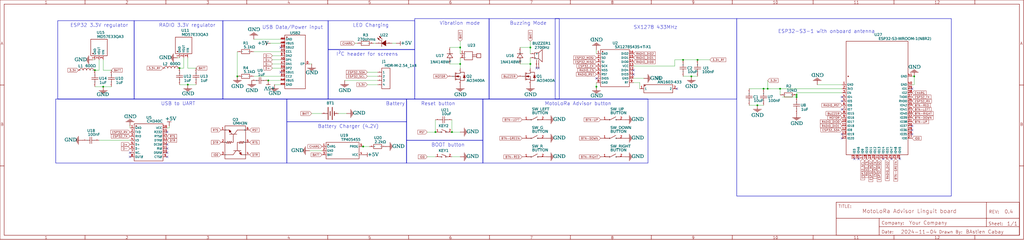
<source format=kicad_sch>
(kicad_sch (version 20231120) (generator "eeschema") (generator_version "8.0")
  (paper "User" 630.174 147.701)
  (junction (at 115.57 52.07))
  (junction (at 469.9 54.61))
  (junction (at 480.06 54.61))
  (junction (at 326.39 29.21))
  (junction (at 425.45 46.99))
  (junction (at 490.22 59.69))
  (junction (at 466.09 64.77))
  (junction (at 58.42 43.18))
  (junction (at 283.21 29.21))
  (junction (at 267.97 81.28))
  (junction (at 223.52 90.17))
  (junction (at 420.37 36.83))
  (junction (at 146.05 46.99))
  (junction (at 110.49 41.91))
  (junction (at 429.26 36.83))
  (junction (at 283.21 39.37))
  (junction (at 165.1 49.53))
  (junction (at 472.44 54.61))
  (junction (at 490.22 58.42))
  (junction (at 562.61 46.99))
  (junction (at 326.39 39.37))
  (junction (at 367.03 53.34))
  (junction (at 63.5 53.34))
  (junction (at 278.13 81.28))
  (no_connect (at 518.16 59.69))
  (no_connect (at 561.34 82.55))
  (no_connect (at 331.47 41.91))
  (no_connect (at 102.87 91.44))
  (no_connect (at 553.72 97.79))
  (no_connect (at 548.64 97.79))
  (no_connect (at 518.16 85.09))
  (no_connect (at 518.16 67.31))
  (no_connect (at 367.03 48.26))
  (no_connect (at 102.87 88.9))
  (no_connect (at 416.56 54.61))
  (no_connect (at 330.2 41.91))
  (no_connect (at 561.34 54.61))
  (no_connect (at 543.56 97.79))
  (no_connect (at 80.01 96.52))
  (no_connect (at 102.87 81.28))
  (no_connect (at 172.72 44.45))
  (no_connect (at 102.87 93.98))
  (no_connect (at 518.16 62.23))
  (no_connect (at 389.89 45.72))
  (no_connect (at 389.89 43.18))
  (no_connect (at 172.72 29.21))
  (no_connect (at 561.34 77.47))
  (no_connect (at 80.01 93.98))
  (no_connect (at 525.78 97.79))
  (no_connect (at 518.16 82.55))
  (no_connect (at 528.32 97.79))
  (no_connect (at 561.34 80.01))
  (no_connect (at 102.87 96.52))
  (wire (pts (xy 367.03 53.34) (xy 367.03 50.8)))
  (wire (pts (xy 57.15 36.83) (xy 58.42 36.83)))
  (wire (pts (xy 466.09 64.77) (xy 461.01 64.77)))
  (wire (pts (xy 231.14 26.67) (xy 229.87 26.67)))
  (wire (pts (xy 172.72 52.07) (xy 168.91 52.07)))
  (wire (pts (xy 429.26 36.83) (xy 436.88 36.83)))
  (wire (pts (xy 415.29 40.64) (xy 415.29 36.83)))
  (wire (pts (xy 393.7 50.8) (xy 393.7 54.61)))
  (wire (pts (xy 223.52 90.17) (xy 222.25 90.17)))
  (wire (pts (xy 115.57 35.56) (xy 115.57 41.91)))
  (wire (pts (xy 113.03 41.91) (xy 110.49 41.91)))
  (wire (pts (xy 320.04 29.21) (xy 326.39 29.21)))
  (wire (pts (xy 461.01 54.61) (xy 469.9 54.61)))
  (wire (pts (xy 276.86 29.21) (xy 283.21 29.21)))
  (wire (pts (xy 172.72 26.67) (xy 166.37 26.67)))
  (wire (pts (xy 396.24 48.26) (xy 389.89 48.26)))
  (wire (pts (xy 167.64 39.37) (xy 172.72 39.37)))
  (wire (pts (xy 172.72 36.83) (xy 167.64 36.83)))
  (wire (pts (xy 518.16 54.61) (xy 480.06 54.61)))
  (wire (pts (xy 415.29 36.83) (xy 420.37 36.83)))
  (wire (pts (xy 283.21 25.4) (xy 283.21 29.21)))
  (wire (pts (xy 469.9 54.61) (xy 472.44 54.61)))
  (wire (pts (xy 562.61 52.07) (xy 562.61 46.99)))
  (wire (pts (xy 198.12 92.71) (xy 190.5 92.71)))
  (wire (pts (xy 68.58 53.34) (xy 63.5 53.34)))
  (wire (pts (xy 562.61 46.99) (xy 561.34 46.99)))
  (wire (pts (xy 80.01 77.47) (xy 80.01 78.74)))
  (wire (pts (xy 165.1 49.53) (xy 172.72 49.53)))
  (wire (pts (xy 490.22 57.15) (xy 490.22 58.42)))
  (wire (pts (xy 104.14 77.47) (xy 104.14 78.74)))
  (wire (pts (xy 320.04 39.37) (xy 326.39 39.37)))
  (wire (pts (xy 518.16 57.15) (xy 490.22 57.15)))
  (wire (pts (xy 63.5 36.83) (xy 63.5 43.18)))
  (wire (pts (xy 472.44 54.61) (xy 480.06 54.61)))
  (wire (pts (xy 429.26 46.99) (xy 425.45 46.99)))
  (wire (pts (xy 63.5 53.34) (xy 58.42 53.34)))
  (wire (pts (xy 219.71 26.67) (xy 218.44 26.67)))
  (wire (pts (xy 63.5 43.18) (xy 68.58 43.18)))
  (wire (pts (xy 146.05 31.75) (xy 146.05 46.99)))
  (wire (pts (xy 232.41 46.99) (xy 226.06 46.99)))
  (wire (pts (xy 115.57 52.07) (xy 110.49 52.07)))
  (wire (pts (xy 326.39 39.37) (xy 326.39 41.91)))
  (wire (pts (xy 109.22 35.56) (xy 110.49 35.56)))
  (wire (pts (xy 276.86 39.37) (xy 283.21 39.37)))
  (wire (pts (xy 490.22 59.69) (xy 481.33 59.69)))
  (wire (pts (xy 278.13 96.52) (xy 283.21 96.52)))
  (wire (pts (xy 472.44 54.61) (xy 472.44 49.53)))
  (wire (pts (xy 267.97 96.52) (xy 262.89 96.52)))
  (wire (pts (xy 104.14 78.74) (xy 102.87 78.74)))
  (wire (pts (xy 232.41 52.07) (xy 226.06 52.07)))
  (wire (pts (xy 113.03 35.56) (xy 113.03 41.91)))
  (wire (pts (xy 326.39 25.4) (xy 326.39 29.21)))
  (wire (pts (xy 60.96 36.83) (xy 60.96 43.18)))
  (wire (pts (xy 167.64 34.29) (xy 172.72 34.29)))
  (wire (pts (xy 115.57 41.91) (xy 120.65 41.91)))
  (wire (pts (xy 278.13 73.66) (xy 278.13 81.28)))
  (wire (pts (xy 283.21 29.21) (xy 283.21 33.02)))
  (wire (pts (xy 420.37 36.83) (xy 429.26 36.83)))
  (wire (pts (xy 191.77 69.85) (xy 198.12 69.85)))
  (wire (pts (xy 267.97 73.66) (xy 267.97 81.28)))
  (wire (pts (xy 60.96 43.18) (xy 58.42 43.18)))
  (wire (pts (xy 561.34 52.07) (xy 562.61 52.07)))
  (wire (pts (xy 278.13 81.28) (xy 283.21 81.28)))
  (wire (pts (xy 232.41 49.53) (xy 212.09 49.53)))
  (wire (pts (xy 518.16 52.07) (xy 502.92 52.07)))
  (wire (pts (xy 120.65 52.07) (xy 115.57 52.07)))
  (wire (pts (xy 243.84 26.67) (xy 241.3 26.67)))
  (wire (pts (xy 213.36 69.85) (xy 208.28 69.85)))
  (wire (pts (xy 425.45 46.99) (xy 420.37 46.99)))
  (wire (pts (xy 190.5 39.37) (xy 191.77 39.37)))
  (wire (pts (xy 283.21 39.37) (xy 283.21 41.91)))
  (wire (pts (xy 389.89 40.64) (xy 415.29 40.64)))
  (wire (pts (xy 227.33 90.17) (xy 223.52 90.17)))
  (wire (pts (xy 232.41 44.45) (xy 226.06 44.45)))
  (wire (pts (xy 267.97 81.28) (xy 262.89 81.28)))
  (wire (pts (xy 172.72 46.99) (xy 156.21 46.99)))
  (wire (pts (xy 367.03 30.48) (xy 367.03 33.02)))
  (wire (pts (xy 172.72 31.75) (xy 156.21 31.75)))
  (wire (pts (xy 80.01 86.36) (xy 60.96 86.36)))
  (wire (pts (xy 283.21 35.56) (xy 283.21 39.37)))
  (wire (pts (xy 469.9 64.77) (xy 466.09 64.77)))
  (wire (pts (xy 490.22 58.42) (xy 490.22 59.69)))
  (wire (pts (xy 480.06 54.61) (xy 480.06 58.42)))
  (wire (pts (xy 389.89 50.8) (xy 393.7 50.8)))
  (wire (pts (xy 367.03 54.61) (xy 367.03 53.34)))
  (wire (pts (xy 156.21 24.13) (xy 172.72 24.13)))
  (wire (pts (xy 326.39 29.21) (xy 326.39 33.02)))
  (wire (pts (xy 326.39 35.56) (xy 326.39 39.37)))
  (wire (pts (xy 172.72 41.91) (xy 167.64 41.91)))
  (rectangle (start 255.27 11.43) (end 300.99 60.96) (stroke (width 0.254)))
  (rectangle (start 297.18 60.96) (end 398.78 100.33) (stroke (width 0.254)))
  (rectangle (start 341.63 11.43) (end 453.39 60.96) (stroke (width 0.254)))
  (rectangle (start 82.55 12.7) (end 137.16 60.96) (stroke (width 0.254)))
  (rectangle (start 34.29 60.96) (end 176.53 100.33) (stroke (width 0.254)))
  (rectangle (start 300.99 11.43) (end 344.17 60.96) (stroke (width 0.254)))
  (rectangle (start 176.53 60.96) (end 250.19 74.93) (stroke (width 0.254)))
  (rectangle (start 201.93 30.48) (end 255.27 60.96) (stroke (width 0.254)))
  (rectangle (start 201.93 12.7) (end 255.27 30.48) (stroke (width 0.254)))
  (rectangle (start 250.19 60.96) (end 297.18 86.36) (stroke (width 0.254)))
  (rectangle (start 250.19 86.36) (end 297.18 100.33) (stroke (width 0.254)))
  (rectangle (start 176.53 74.93) (end 250.19 100.33) (stroke (width 0.254)))
  (rectangle (start 453.39 11.43) (end 585.47 120.65) (stroke (width 0.254)))
  (rectangle (start 35.56 12.7) (end 82.55 60.96) (stroke (width 0.254)))
  (rectangle (start 137.16 12.7) (end 201.93 60.96) (stroke (width 0.254)))
  (text "USB Data/Power input" (at 161.29 15.6083 0) (effects (font (size 2.1717 2.1717)) (justify left top)))
  (text "Vibration mode" (at 270.51 13.0683 0) (effects (font (size 2.1717 2.1717)) (justify left top)))
  (text "LED Charging" (at 217.17 14.3383 0) (effects (font (size 2.1717 2.1717)) (justify left top)))
  (text "Buzzing Mode" (at 313.69 13.0683 0) (effects (font (size 2.1717 2.1717)) (justify left top)))
  (text "BOOT button" (at 265.43 87.9983 0) (effects (font (size 2.1717 2.1717)) (justify left top)))
  (text "I²C header for screens" (at 207.01 32.1183 0) (effects (font (size 2.1717 2.1717)) (justify left top)))
  (text "Reset button" (at 259.08 62.5983 0) (effects (font (size 2.1717 2.1717)) (justify left top)))
  (text "ESP32 3.3V regulator" (at 43.18 14.3383 0) (effects (font (size 2.1717 2.1717)) (justify left top)))
  (text "Battery" (at 237.49 62.5983 0) (effects (font (size 2.1717 2.1717)) (justify left top)))
  (text "SX1278 433MHz" (at 389.89 15.6083 0) (effects (font (size 2.1717 2.1717)) (justify left top)))
  (text "ESP32-S3-1 with onboard antenna" (at 478.79 18.1483 0) (effects (font (size 2.1717 2.1717)) (justify left top)))
  (text "MotoLoRa Advisor button" (at 335.28 62.5983 0) (effects (font (size 2.1717 2.1717)) (justify left top)))
  (text "RADIO 3.3V regulator" (at 97.79 14.3383 0) (effects (font (size 2.1717 2.1717)) (justify left top)))
  (text "Battery Charger (4.2V)" (at 195.58 76.5683 0) (effects (font (size 2.1717 2.1717)) (justify left top)))
  (text "USB to UART" (at 99.06 62.5983 0) (effects (font (size 2.1717 2.1717)) (justify left top)))
  (global_label "D+" (shape input) (at 167.64 41.91 180) (property "Intersheetrefs" "${INTERSHEET_REFS}" (effects (hide yes))))
  (global_label "3.3V" (shape input) (at 472.44 49.53 0) (property "Intersheetrefs" "${INTERSHEET_REFS}" (effects (hide yes))))
  (global_label "BTN-RED" (shape input) (at 561.34 64.77 0) (property "Intersheetrefs" "${INTERSHEET_REFS}" (effects (hide yes))))
  (global_label "D-" (shape input) (at 80.01 91.44 180) (property "Intersheetrefs" "${INTERSHEET_REFS}" (effects (hide yes))))
  (global_label "IO0" (shape input) (at 561.34 85.09 0) (property "Intersheetrefs" "${INTERSHEET_REFS}" (effects (hide yes))))
  (global_label "3.3V_RF" (shape input) (at 436.88 36.83 0) (property "Intersheetrefs" "${INTERSHEET_REFS}" (effects (hide yes))))
  (global_label "BATT" (shape input) (at 283.21 25.4 90) (property "Intersheetrefs" "${INTERSHEET_REFS}" (effects (hide yes))))
  (global_label "3.3V_RF" (shape input) (at 100.33 41.91 180) (property "Intersheetrefs" "${INTERSHEET_REFS}" (effects (hide yes))))
  (global_label "BUZZER" (shape input) (at 318.77 46.99 180) (property "Intersheetrefs" "${INTERSHEET_REFS}" (effects (hide yes))))
  (global_label "ESP32_RX" (shape input) (at 80.01 81.28 180) (property "Intersheetrefs" "${INTERSHEET_REFS}" (effects (hide yes))))
  (global_label "BATT" (shape input) (at 198.12 95.25 180) (property "Intersheetrefs" "${INTERSHEET_REFS}" (effects (hide yes))))
  (global_label "ESP32_CK" (shape input) (at 367.03 40.64 180) (property "Intersheetrefs" "${INTERSHEET_REFS}" (effects (hide yes))))
  (global_label "BTN-GREEN" (shape input) (at 551.18 97.79 270) (property "Intersheetrefs" "${INTERSHEET_REFS}" (effects (hide yes))))
  (global_label "RADIO_DIO2" (shape input) (at 546.1 97.79 270) (property "Intersheetrefs" "${INTERSHEET_REFS}" (effects (hide yes))))
  (global_label "BTN-DOWN" (shape input) (at 369.57 85.09 180) (property "Intersheetrefs" "${INTERSHEET_REFS}" (effects (hide yes))))
  (global_label "RADIO_DIO1" (shape input) (at 518.16 77.47 180) (property "Intersheetrefs" "${INTERSHEET_REFS}" (effects (hide yes))))
  (global_label "D+" (shape input) (at 80.01 88.9 180) (property "Intersheetrefs" "${INTERSHEET_REFS}" (effects (hide yes))))
  (global_label "ESP32_SDA" (shape input) (at 226.06 44.45 180) (property "Intersheetrefs" "${INTERSHEET_REFS}" (effects (hide yes))))
  (global_label "ESP32_MOSI" (shape input) (at 367.03 35.56 180) (property "Intersheetrefs" "${INTERSHEET_REFS}" (effects (hide yes))))
  (global_label "3.3V" (shape input) (at 48.26 43.18 180) (property "Intersheetrefs" "${INTERSHEET_REFS}" (effects (hide yes))))
  (global_label "ESP32_MOSI" (shape input) (at 535.94 97.79 270) (property "Intersheetrefs" "${INTERSHEET_REFS}" (effects (hide yes))))
  (global_label "BATT" (shape input) (at 326.39 25.4 90) (property "Intersheetrefs" "${INTERSHEET_REFS}" (effects (hide yes))))
  (global_label "BTN-UP" (shape input) (at 561.34 74.93 0) (property "Intersheetrefs" "${INTERSHEET_REFS}" (effects (hide yes))))
  (global_label "ESP32_SCL" (shape input) (at 226.06 46.99 180) (property "Intersheetrefs" "${INTERSHEET_REFS}" (effects (hide yes))))
  (global_label "ESP32_CK" (shape input) (at 538.48 97.79 270) (property "Intersheetrefs" "${INTERSHEET_REFS}" (effects (hide yes))))
  (global_label "RADIO_RST" (shape input) (at 518.16 64.77 180) (property "Intersheetrefs" "${INTERSHEET_REFS}" (effects (hide yes))))
  (global_label "ESP32_SDA" (shape input) (at 518.16 80.01 180) (property "Intersheetrefs" "${INTERSHEET_REFS}" (effects (hide yes))))
  (global_label "BTN-RED" (shape input) (at 321.31 96.52 180) (property "Intersheetrefs" "${INTERSHEET_REFS}" (effects (hide yes))))
  (global_label "RTS" (shape input) (at 153.67 87.63 0) (property "Intersheetrefs" "${INTERSHEET_REFS}" (effects (hide yes))))
  (global_label "3.3V" (shape input) (at 226.06 52.07 180) (property "Intersheetrefs" "${INTERSHEET_REFS}" (effects (hide yes))))
  (global_label "IO0" (shape input) (at 135.89 95.25 180) (property "Intersheetrefs" "${INTERSHEET_REFS}" (effects (hide yes))))
  (global_label "RADIO_CS" (shape input) (at 367.03 43.18 180) (property "Intersheetrefs" "${INTERSHEET_REFS}" (effects (hide yes))))
  (global_label "CHARG" (shape input) (at 218.44 26.67 180) (property "Intersheetrefs" "${INTERSHEET_REFS}" (effects (hide yes))))
  (global_label "RST" (shape input) (at 262.89 81.28 180) (property "Intersheetrefs" "${INTERSHEET_REFS}" (effects (hide yes))))
  (global_label "ESP32_RX" (shape input) (at 561.34 62.23 0) (property "Intersheetrefs" "${INTERSHEET_REFS}" (effects (hide yes))))
  (global_label "BATT" (shape input) (at 191.77 69.85 180) (property "Intersheetrefs" "${INTERSHEET_REFS}" (effects (hide yes))))
  (global_label "D+" (shape input) (at 167.64 36.83 180) (property "Intersheetrefs" "${INTERSHEET_REFS}" (effects (hide yes))))
  (global_label "BTN-LEFT" (shape input) (at 321.31 73.66 180) (property "Intersheetrefs" "${INTERSHEET_REFS}" (effects (hide yes))))
  (global_label "RADIO_CS" (shape input) (at 533.4 97.79 270) (property "Intersheetrefs" "${INTERSHEET_REFS}" (effects (hide yes))))
  (global_label "ESP32_SCL" (shape input) (at 530.86 97.79 270) (property "Intersheetrefs" "${INTERSHEET_REFS}" (effects (hide yes))))
  (global_label "BTN-UP" (shape input) (at 369.57 73.66 180) (property "Intersheetrefs" "${INTERSHEET_REFS}" (effects (hide yes))))
  (global_label "BTN-RIGHT" (shape input) (at 561.34 69.85 0) (property "Intersheetrefs" "${INTERSHEET_REFS}" (effects (hide yes))))
  (global_label "CHARG" (shape input) (at 561.34 57.15 0) (property "Intersheetrefs" "${INTERSHEET_REFS}" (effects (hide yes))))
  (global_label "DTR" (shape input) (at 153.67 95.25 0) (property "Intersheetrefs" "${INTERSHEET_REFS}" (effects (hide yes))))
  (global_label "ESP32_TX" (shape input) (at 561.34 59.69 0) (property "Intersheetrefs" "${INTERSHEET_REFS}" (effects (hide yes))))
  (global_label "ESP32_MISO" (shape input) (at 541.02 97.79 270) (property "Intersheetrefs" "${INTERSHEET_REFS}" (effects (hide yes))))
  (global_label "RTS" (shape input) (at 135.89 80.01 180) (property "Intersheetrefs" "${INTERSHEET_REFS}" (effects (hide yes))))
  (global_label "DTR" (shape input) (at 102.87 86.36 0) (property "Intersheetrefs" "${INTERSHEET_REFS}" (effects (hide yes))))
  (global_label "RADIO_DIO0" (shape input) (at 389.89 38.1 0) (property "Intersheetrefs" "${INTERSHEET_REFS}" (effects (hide yes))))
  (global_label "RADIO_DIO0" (shape input) (at 518.16 74.93 180) (property "Intersheetrefs" "${INTERSHEET_REFS}" (effects (hide yes))))
  (global_label "CHARG" (shape input) (at 198.12 90.17 180) (property "Intersheetrefs" "${INTERSHEET_REFS}" (effects (hide yes))))
  (global_label "BUZZER" (shape input) (at 518.16 69.85 180) (property "Intersheetrefs" "${INTERSHEET_REFS}" (effects (hide yes))))
  (global_label "RTS" (shape input) (at 102.87 83.82 0) (property "Intersheetrefs" "${INTERSHEET_REFS}" (effects (hide yes))))
  (global_label "MOTOR" (shape input) (at 518.16 72.39 180) (property "Intersheetrefs" "${INTERSHEET_REFS}" (effects (hide yes))))
  (global_label "D-" (shape input) (at 167.64 34.29 180) (property "Intersheetrefs" "${INTERSHEET_REFS}" (effects (hide yes))))
  (global_label "BATT" (shape input) (at 120.65 41.91 0) (property "Intersheetrefs" "${INTERSHEET_REFS}" (effects (hide yes))))
  (global_label "RADIO_RST" (shape input) (at 367.03 45.72 180) (property "Intersheetrefs" "${INTERSHEET_REFS}" (effects (hide yes))))
  (global_label "ESP32_MISO" (shape input) (at 367.03 38.1 180) (property "Intersheetrefs" "${INTERSHEET_REFS}" (effects (hide yes))))
  (global_label "RADIO_DIO2" (shape input) (at 389.89 33.02 0) (property "Intersheetrefs" "${INTERSHEET_REFS}" (effects (hide yes))))
  (global_label "BTN-RIGHT" (shape input) (at 369.57 96.52 180) (property "Intersheetrefs" "${INTERSHEET_REFS}" (effects (hide yes))))
  (global_label "BTN-GREEN" (shape input) (at 321.31 85.09 180) (property "Intersheetrefs" "${INTERSHEET_REFS}" (effects (hide yes))))
  (global_label "RST" (shape input) (at 153.67 80.01 0) (property "Intersheetrefs" "${INTERSHEET_REFS}" (effects (hide yes))))
  (global_label "BTN-LEFT" (shape input) (at 561.34 67.31 0) (property "Intersheetrefs" "${INTERSHEET_REFS}" (effects (hide yes))))
  (global_label "RADIO_DIO1" (shape input) (at 389.89 35.56 0) (property "Intersheetrefs" "${INTERSHEET_REFS}" (effects (hide yes))))
  (global_label "D-" (shape input) (at 167.64 39.37 180) (property "Intersheetrefs" "${INTERSHEET_REFS}" (effects (hide yes))))
  (global_label "IO0" (shape input) (at 262.89 96.52 180) (property "Intersheetrefs" "${INTERSHEET_REFS}" (effects (hide yes))))
  (global_label "ESP32_TX" (shape input) (at 80.01 83.82 180) (property "Intersheetrefs" "${INTERSHEET_REFS}" (effects (hide yes))))
  (global_label "DTR" (shape input) (at 135.89 87.63 180) (property "Intersheetrefs" "${INTERSHEET_REFS}" (effects (hide yes))))
  (global_label "BTN-DOWN" (shape input) (at 561.34 72.39 0) (property "Intersheetrefs" "${INTERSHEET_REFS}" (effects (hide yes))))
  (global_label "BATT" (shape input) (at 68.58 43.18 0) (property "Intersheetrefs" "${INTERSHEET_REFS}" (effects (hide yes))))
  (global_label "MOTOR" (shape input) (at 275.59 46.99 180) (property "Intersheetrefs" "${INTERSHEET_REFS}" (effects (hide yes))))
  (symbol (lib_id "BUTTON2-3*6*2.5_1") (at 273.05 81.28 0) (unit 0)
    (property "Reference" "KEY2" (at 270.0274 76.6191 0) (effects (font (size 1.6891 1.6891)) (justify left top)))
    (property "Value" "BUTTON2-3*6*2.5" (effects (hide yes)))
    (property "Manufacturer Part" "BUTTON2-3*6*2.5" (effects (hide yes)))
    (property "Manufacturer" "null" (effects (hide yes)))
    (property "Supplier Part" "C9900009018" (effects (hide yes)))
    (property "Supplier" "LCSC" (effects (hide yes)))
  )
  (symbol (lib_id "GND") (at 212.09 49.53 0) (unit 0)
    (property "Reference" "#PWR?" (effects (hide yes)))
    (property "Value" "GND" (at 208.7118 56.9468 0) (effects (font (size 2.1717 2.1717)) (justify left bottom)))
    (property "Description" "Power symbol creates a global label with name 'GND'" (effects (hide yes)))
  )
  (symbol (lib_id "GND") (at 146.05 46.99 0) (unit 0)
    (property "Reference" "#PWR?" (effects (hide yes)))
    (property "Value" "GND" (at 142.6464 54.4322 0) (effects (font (size 2.1717 2.1717)) (justify left bottom)))
    (property "Description" "Power symbol creates a global label with name 'GND'" (effects (hide yes)))
  )
  (symbol (lib_id "BUTTON_1") (at 377.19 85.09 0) (unit 0)
    (property "Reference" "SW_DOWN" (at 375.6914 77.7621 0) (effects (font (size 1.6891 1.6891)) (justify left top)))
    (property "Value" "BUTTON" (at 375.6914 80.0227 0) (effects (font (size 1.6891 1.6891)) (justify left top)))
    (property "Manufacturer Part" "BUTTON" (effects (hide yes)))
    (property "Manufacturer" "null" (effects (hide yes)))
    (property "Supplier Part" "C9900015607" (effects (hide yes)))
    (property "Supplier" "LCSC" (effects (hide yes)))
  )
  (symbol (lib_id "GND") (at 283.21 96.52 90) (unit 0)
    (property "Reference" "#PWR?" (effects (hide yes)))
    (property "Value" "GND" (at 287.401 97.5106 -90) (effects (font (size 2.1717 2.1717)) (justify left bottom)))
    (property "Description" "Power symbol creates a global label with name 'GND'" (effects (hide yes)))
  )
  (symbol (lib_id "GND") (at 326.39 52.07 0) (unit 0)
    (property "Reference" "#PWR?" (effects (hide yes)))
    (property "Value" "GND" (at 323.0118 59.4868 0) (effects (font (size 2.1717 2.1717)) (justify left bottom)))
    (property "Description" "Power symbol creates a global label with name 'GND'" (effects (hide yes)))
  )
  (symbol (lib_id "BUTTON2-3*6*2.5") (at 273.05 96.52 0) (unit 0)
    (property "Reference" "KEY1" (at 270.0274 91.8591 0) (effects (font (size 1.6891 1.6891)) (justify left top)))
    (property "Value" "BUTTON2-3*6*2.5" (effects (hide yes)))
    (property "Manufacturer Part" "BUTTON2-3*6*2.5" (effects (hide yes)))
    (property "Manufacturer" "null" (effects (hide yes)))
    (property "Supplier Part" "C9900009018" (effects (hide yes)))
    (property "Supplier" "LCSC" (effects (hide yes)))
  )
  (symbol (lib_id "C2012X5R1H105K085AB_4") (at 160.02 49.53 0) (unit 0)
    (property "Reference" "U9" (at 158.496 42.5577 0) (effects (font (size 1.6891 1.6891)) (justify left top)))
    (property "Value" "1uF" (at 158.496 45.0469 0) (effects (font (size 1.6891 1.6891)) (justify left top)))
    (property "Manufacturer Part" "C2012X5R1H105K085AB" (effects (hide yes)))
    (property "Manufacturer" "TDK" (effects (hide yes)))
    (property "Supplier Part" "C3840196" (effects (hide yes)))
    (property "Supplier" "LCSC" (effects (hide yes)))
  )
  (symbol (lib_id "C2012X6S1A106K125AB_1") (at 420.37 41.91 0) (unit 0)
    (property "Reference" "C2" (at 422.91 41.0845 0) (effects (font (size 1.6891 1.6891)) (justify left top)))
    (property "Value" "10uF" (at 422.91 43.2943 0) (effects (font (size 1.6891 1.6891)) (justify left top)))
    (property "Manufacturer Part" "C2012X6S1A106K125AB" (effects (hide yes)))
    (property "Manufacturer" "TDK" (effects (hide yes)))
    (property "Supplier Part" "C3906539" (effects (hide yes)))
    (property "Supplier" "LCSC" (effects (hide yes)))
  )
  (symbol (lib_id "GND") (at 63.5 53.34 0) (unit 0)
    (property "Reference" "#PWR?" (effects (hide yes)))
    (property "Value" "GND" (at 66.802 59.436 0) (effects (font (size 2.1717 2.1717)) (justify right bottom)))
    (property "Description" "Power symbol creates a global label with name 'GND'" (effects (hide yes)))
  )
  (symbol (lib_id "MD57E33QA3") (at 113.03 27.94 0) (unit 0)
    (property "Reference" "U11" (at 111.6584 17.9197 0) (effects (font (size 1.6891 1.6891)) (justify left top)))
    (property "Value" "MD57E33QA3" (at 111.6584 20.4089 0) (effects (font (size 1.6891 1.6891)) (justify left top)))
    (property "Manufacturer Part" "MD57E33QA3" (effects (hide yes)))
    (property "Manufacturer" "明达微" (effects (hide yes)))
    (property "Supplier Part" "C920553" (effects (hide yes)))
    (property "Supplier" "LCSC" (effects (hide yes)))
  )
  (symbol (lib_id "HOAR0805-1/8W-5.1KR-0.1%-TCR25") (at 151.13 31.75 0) (unit 0)
    (property "Reference" "R1" (at 149.6314 25.7429 0) (effects (font (size 1.6891 1.6891)) (justify left top)))
    (property "Value" "5.1kΩ" (at 149.6314 28.0289 0) (effects (font (size 1.6891 1.6891)) (justify left top)))
    (property "Manufacturer Part" "HoAR0805-1/8W-5.1KR-0.1%-TCR25" (effects (hide yes)))
    (property "Manufacturer" "Milliohm(毫欧)" (effects (hide yes)))
    (property "Supplier Part" "C2912598" (effects (hide yes)))
    (property "Supplier" "LCSC" (effects (hide yes)))
  )
  (symbol (lib_id "+5V") (at 223.52 95.25 90) (mirror x) (unit 0)
    (property "Reference" "#PWR?" (effects (hide yes)))
    (property "Value" "+5V" (at 226.187 96.4184 -270) (effects (font (size 2.1717 2.1717)) (justify right bottom)))
    (property "Description" "Power symbol creates a global label with name '+5V'" (effects (hide yes)))
  )
  (symbol (lib_id "AS0603KRX7R9BB104") (at 469.9 59.69 0) (unit 0)
    (property "Reference" "U7" (at 472.44 58.7883 0) (effects (font (size 1.6891 1.6891)) (justify left top)))
    (property "Value" "100nF" (at 472.44 61.0743 0) (effects (font (size 1.6891 1.6891)) (justify left top)))
    (property "Manufacturer Part" "AS0603KRX7R9BB104" (effects (hide yes)))
    (property "Manufacturer" "YAGEO(国巨)" (effects (hide yes)))
    (property "Supplier Part" "C5182445" (effects (hide yes)))
    (property "Supplier" "LCSC" (effects (hide yes)))
  )
  (symbol (lib_id "GND") (at 80.01 77.47 180) (unit 0)
    (property "Reference" "#PWR?" (effects (hide yes)))
    (property "Value" "GND" (at 76.708 72.5932 -180) (effects (font (size 2.1717 2.1717)) (justify left bottom)))
    (property "Description" "Power symbol creates a global label with name 'GND'" (effects (hide yes)))
  )
  (symbol (lib_id "GND") (at 115.57 52.07 0) (unit 0)
    (property "Reference" "#PWR?" (effects (hide yes)))
    (property "Value" "GND" (at 112.268 58.9026 0) (effects (font (size 2.1717 2.1717)) (justify left bottom)))
    (property "Description" "Power symbol creates a global label with name 'GND'" (effects (hide yes)))
  )
  (symbol (lib_id "AO3400A_C5224194_1") (at 283.21 46.99 0) (unit 0)
    (property "Reference" "Q2" (at 287.02 46.1645 0) (effects (font (size 1.6891 1.6891)) (justify left top)))
    (property "Value" "AO3400A" (at 287.02 48.6791 0) (effects (font (size 1.6891 1.6891)) (justify left top)))
    (property "Manufacturer Part" "AO3400A" (effects (hide yes)))
    (property "Manufacturer" "ElecSuper(静芯微)" (effects (hide yes)))
    (property "Supplier Part" "C5224194" (effects (hide yes)))
    (property "Supplier" "LCSC" (effects (hide yes)))
  )
  (symbol (lib_id "BUTTON") (at 377.19 73.66 0) (unit 0)
    (property "Reference" "SW_UP" (at 375.6914 66.3321 0) (effects (font (size 1.6891 1.6891)) (justify left top)))
    (property "Value" "BUTTON" (at 375.6914 68.5927 0) (effects (font (size 1.6891 1.6891)) (justify left top)))
    (property "Manufacturer Part" "BUTTON" (effects (hide yes)))
    (property "Manufacturer" "null" (effects (hide yes)))
    (property "Supplier Part" "C9900015607" (effects (hide yes)))
    (property "Supplier" "LCSC" (effects (hide yes)))
  )
  (symbol (lib_id "GND") (at 384.81 96.52 90) (unit 0)
    (property "Reference" "#PWR?" (effects (hide yes)))
    (property "Value" "GND" (at 389.001 97.5614 -90) (effects (font (size 2.1717 2.1717)) (justify left bottom)))
    (property "Description" "Power symbol creates a global label with name 'GND'" (effects (hide yes)))
  )
  (symbol (lib_id "GND") (at 396.24 48.26 90) (unit 0)
    (property "Reference" "#PWR?" (effects (hide yes)))
    (property "Value" "GND" (at 400.431 49.4284 -90) (effects (font (size 2.1717 2.1717)) (justify left bottom)))
    (property "Description" "Power symbol creates a global label with name 'GND'" (effects (hide yes)))
  )
  (symbol (lib_id "SX1278S43S+T-X1") (at 379.73 40.64 0) (unit 0)
    (property "Reference" "U2" (at 377.0122 25.6921 0) (effects (font (size 1.6891 1.6891)) (justify left top)))
    (property "Value" "SX1278S43S+T-X1" (at 377.0122 27.9781 0) (effects (font (size 1.6891 1.6891)) (justify left top)))
    (property "Manufacturer Part" "SX1278S43S+T-X1" (effects (hide yes)))
    (property "Manufacturer" "Vollgo(沃进)" (effects (hide yes)))
    (property "Supplier Part" "C718832" (effects (hide yes)))
    (property "Supplier" "LCSC" (effects (hide yes)))
  )
  (symbol (lib_id "GZ2012D601TF") (at 105.41 41.91 0) (unit 0)
    (property "Reference" "L2" (at 100.3046 38.5191 0) (effects (font (size 1.6891 1.6891)) (justify left top)))
    (property "Value" "600Ω" (at 104.2924 38.3667 0) (effects (font (size 1.6891 1.6891)) (justify left top)))
    (property "Manufacturer Part" "GZ2012D601TF" (effects (hide yes)))
    (property "Manufacturer" "Sunlord(顺络)" (effects (hide yes)))
    (property "Supplier Part" "C1017" (effects (hide yes)))
    (property "Supplier" "LCSC" (effects (hide yes)))
  )
  (symbol (lib_id "GND") (at 237.49 90.17 90) (unit 0)
    (property "Reference" "#PWR?" (effects (hide yes)))
    (property "Value" "GND" (at 241.681 91.3384 -90) (effects (font (size 2.1717 2.1717)) (justify left bottom)))
    (property "Description" "Power symbol creates a global label with name 'GND'" (effects (hide yes)))
  )
  (symbol (lib_id "CQ-USB- TYPE-C 16P母座四脚插板有柱") (at 181.61 38.1 0) (unit 0)
    (property "Reference" "USB2" (at 178.5112 19.4945 0) (effects (font (size 1.6891 1.6891)) (justify left top)))
    (property "Value" "CQ-USB- TYPE-C 16P母座四脚插板有柱" (effects (hide yes)))
    (property "Manufacturer Part" "CQ-USB- TYPE-C 16P母座四脚插板有柱" (effects (hide yes)))
    (property "Manufacturer" "null" (effects (hide yes)))
    (property "Supplier Part" "C9900026759" (effects (hide yes)))
    (property "Supplier" "LCSC" (effects (hide yes)))
  )
  (symbol (lib_id "HDR-M-2.54_1x4") (at 237.49 48.26 0) (unit 0)
    (property "Reference" "J1" (at 235.2548 36.9697 0) (effects (font (size 1.6891 1.6891)) (justify left top)))
    (property "Value" "HDR-M-2.54_1x4" (at 235.0262 39.4589 0) (effects (font (size 1.6891 1.6891)) (justify left top)))
    (property "Supplier Part" "C124378" (effects (hide yes)))
    (property "Supplier" "LCSC" (effects (hide yes)))
  )
  (symbol (lib_id "C2012X5R1H105K085AB_2") (at 68.58 48.26 0) (unit 0)
    (property "Reference" "U10" (at 71.12 47.4345 0) (effects (font (size 1.6891 1.6891)) (justify left top)))
    (property "Value" "1uF" (at 71.12 49.9491 0) (effects (font (size 1.6891 1.6891)) (justify left top)))
    (property "Manufacturer Part" "C2012X5R1H105K085AB" (effects (hide yes)))
    (property "Manufacturer" "TDK" (effects (hide yes)))
    (property "Supplier Part" "C3840196" (effects (hide yes)))
    (property "Supplier" "LCSC" (effects (hide yes)))
  )
  (symbol (lib_id "GND") (at 384.81 73.66 90) (unit 0)
    (property "Reference" "#PWR?" (effects (hide yes)))
    (property "Value" "GND" (at 389.001 74.7014 -90) (effects (font (size 2.1717 2.1717)) (justify left bottom)))
    (property "Description" "Power symbol creates a global label with name 'GND'" (effects (hide yes)))
  )
  (symbol (lib_id "BUTTON_2") (at 377.19 96.52 0) (unit 0)
    (property "Reference" "SW_RIGHT" (at 375.6914 89.1921 0) (effects (font (size 1.6891 1.6891)) (justify left top)))
    (property "Value" "BUTTON" (at 375.6914 91.4527 0) (effects (font (size 1.6891 1.6891)) (justify left top)))
    (property "Manufacturer Part" "BUTTON" (effects (hide yes)))
    (property "Manufacturer" "null" (effects (hide yes)))
    (property "Supplier Part" "C9900015607" (effects (hide yes)))
    (property "Supplier" "LCSC" (effects (hide yes)))
  )
  (symbol (lib_id "C2012X5R1H105K085AB_3") (at 58.42 48.26 0) (unit 0)
    (property "Reference" "U14" (at 60.96 47.4345 0) (effects (font (size 1.6891 1.6891)) (justify left top)))
    (property "Value" "1uF" (at 60.96 49.9491 0) (effects (font (size 1.6891 1.6891)) (justify left top)))
    (property "Manufacturer Part" "C2012X5R1H105K085AB" (effects (hide yes)))
    (property "Manufacturer" "TDK" (effects (hide yes)))
    (property "Supplier Part" "C3840196" (effects (hide yes)))
    (property "Supplier" "LCSC" (effects (hide yes)))
  )
  (symbol (lib_id "HOAR0805-1/8W-5.1KR-0.1%-TCR25_1") (at 151.13 46.99 0) (unit 0)
    (property "Reference" "R4" (at 149.6314 40.9829 0) (effects (font (size 1.6891 1.6891)) (justify left top)))
    (property "Value" "5.1kΩ" (at 149.6314 43.2689 0) (effects (font (size 1.6891 1.6891)) (justify left top)))
    (property "Manufacturer Part" "HoAR0805-1/8W-5.1KR-0.1%-TCR25" (effects (hide yes)))
    (property "Manufacturer" "Milliohm(毫欧)" (effects (hide yes)))
    (property "Supplier Part" "C2912598" (effects (hide yes)))
    (property "Supplier" "LCSC" (effects (hide yes)))
  )
  (symbol (lib_id "GND") (at 425.45 46.99 0) (unit 0)
    (property "Reference" "#PWR?" (effects (hide yes)))
    (property "Value" "GND" (at 422.0464 54.4322 0) (effects (font (size 2.1717 2.1717)) (justify left bottom)))
    (property "Description" "Power symbol creates a global label with name 'GND'" (effects (hide yes)))
  )
  (symbol (lib_id "GND") (at 336.55 73.66 90) (unit 0)
    (property "Reference" "#PWR?" (effects (hide yes)))
    (property "Value" "GND" (at 340.741 74.7014 -90) (effects (font (size 2.1717 2.1717)) (justify left bottom)))
    (property "Description" "Power symbol creates a global label with name 'GND'" (effects (hide yes)))
  )
  (symbol (lib_id "GZ2012D601TF_1") (at 53.34 43.18 0) (unit 0)
    (property "Reference" "L1" (at 48.2346 39.7891 0) (effects (font (size 1.6891 1.6891)) (justify left top)))
    (property "Value" "600Ω" (at 52.2224 39.6367 0) (effects (font (size 1.6891 1.6891)) (justify left top)))
    (property "Manufacturer Part" "GZ2012D601TF" (effects (hide yes)))
    (property "Manufacturer" "Sunlord(顺络)" (effects (hide yes)))
    (property "Supplier Part" "C1017" (effects (hide yes)))
    (property "Supplier" "LCSC" (effects (hide yes)))
  )
  (symbol (lib_id "1N4148WF_1") (at 276.86 34.29 0) (unit 0)
    (property "Reference" "U17" (at 268.3002 33.4645 0) (effects (font (size 1.6891 1.6891)) (justify left top)))
    (property "Value" "1N4148WF" (at 264.5156 37.2745 0) (effects (font (size 1.6891 1.6891)) (justify left top)))
    (property "Manufacturer Part" "1N4148WF" (effects (hide yes)))
    (property "Manufacturer" "晶导微电子" (effects (hide yes)))
    (property "Supplier Part" "C7528261" (effects (hide yes)))
    (property "Supplier" "LCSC" (effects (hide yes)))
  )
  (symbol (lib_id "GND") (at 190.5 92.71 270) (unit 0)
    (property "Reference" "#PWR?" (effects (hide yes)))
    (property "Value" "GND" (at 179.5272 93.8784 -270) (effects (font (size 2.1717 2.1717)) (justify left bottom)))
    (property "Description" "Power symbol creates a global label with name 'GND'" (effects (hide yes)))
  )
  (symbol (lib_id "Unknown_-80_-30") (at 0 0 0) (unit 0)
    (property "Reference" "A" (effects (hide yes)))
    (property "Value" "A" (effects (hide yes)))
    (property "Manufacturer Part" "?" (effects (hide yes)))
  )
  (symbol (lib_id "BUTTON_3") (at 328.93 73.66 0) (unit 0)
    (property "Reference" "SW_LEFT" (at 327.4314 66.3321 0) (effects (font (size 1.6891 1.6891)) (justify left top)))
    (property "Value" "BUTTON" (at 327.4314 68.5927 0) (effects (font (size 1.6891 1.6891)) (justify left top)))
    (property "Manufacturer Part" "BUTTON" (effects (hide yes)))
    (property "Manufacturer" "null" (effects (hide yes)))
    (property "Supplier Part" "C9900015607" (effects (hide yes)))
    (property "Supplier" "LCSC" (effects (hide yes)))
  )
  (symbol (lib_id "GND") (at 213.36 69.85 90) (unit 0)
    (property "Reference" "#PWR?" (effects (hide yes)))
    (property "Value" "GND" (at 217.551 70.8406 -90) (effects (font (size 2.1717 2.1717)) (justify left bottom)))
    (property "Description" "Power symbol creates a global label with name 'GND'" (effects (hide yes)))
  )
  (symbol (lib_id "+5V") (at 165.1 49.53 0) (mirror y) (unit 0)
    (property "Reference" "#PWR?" (effects (hide yes)))
    (property "Value" "+5V" (at 162.433 55.4482 -180) (effects (font (size 2.1717 2.1717)) (justify left top)))
    (property "Description" "Power symbol creates a global label with name '+5V'" (effects (hide yes)))
  )
  (symbol (lib_id "BATTERY-AA-HOLDER_KIT") (at 203.2 69.85 0) (unit 0)
    (property "Reference" "BT1" (at 201.041 62.6491 0) (effects (font (size 1.6891 1.6891)) (justify left top)))
    (property "Value" "r" (effects (hide yes)))
  )
  (symbol (lib_id "GND") (at 283.21 81.28 90) (unit 0)
    (property "Reference" "#PWR?" (effects (hide yes)))
    (property "Value" "GND" (at 287.401 82.2706 -90) (effects (font (size 2.1717 2.1717)) (justify left bottom)))
    (property "Description" "Power symbol creates a global label with name 'GND'" (effects (hide yes)))
  )
  (symbol (lib_id "1N4148WF") (at 320.04 34.29 0) (unit 0)
    (property "Reference" "U16" (at 311.4802 33.4645 0) (effects (font (size 1.6891 1.6891)) (justify left top)))
    (property "Value" "1N4148WF" (at 307.6956 37.2745 0) (effects (font (size 1.6891 1.6891)) (justify left top)))
    (property "Manufacturer Part" "1N4148WF" (effects (hide yes)))
    (property "Manufacturer" "晶导微电子" (effects (hide yes)))
    (property "Supplier Part" "C7528261" (effects (hide yes)))
    (property "Supplier" "LCSC" (effects (hide yes)))
  )
  (symbol (lib_id "CH340C") (at 91.44 87.63 0) (unit 0)
    (property "Reference" "U5" (at 90.1192 71.5391 0) (effects (font (size 1.6891 1.6891)) (justify left top)))
    (property "Value" "CH340C" (at 90.1192 73.7489 0) (effects (font (size 1.6891 1.6891)) (justify left top)))
    (property "Manufacturer Part" "CH340C" (effects (hide yes)))
    (property "Manufacturer" "WCH(南京沁恒)" (effects (hide yes)))
    (property "Supplier Part" "C84681" (effects (hide yes)))
    (property "Supplier" "LCSC" (effects (hide yes)))
  )
  (symbol (lib_id "C2012X5R1H105K085AB") (at 110.49 46.99 0) (unit 0)
    (property "Reference" "U12" (at 113.03 46.1645 0) (effects (font (size 1.6891 1.6891)) (justify left top)))
    (property "Value" "1uF" (at 113.03 48.6791 0) (effects (font (size 1.6891 1.6891)) (justify left top)))
    (property "Manufacturer Part" "C2012X5R1H105K085AB" (effects (hide yes)))
    (property "Manufacturer" "TDK" (effects (hide yes)))
    (property "Supplier Part" "C3840196" (effects (hide yes)))
    (property "Supplier" "LCSC" (effects (hide yes)))
  )
  (symbol (lib_id "C1608X6S1H105M080AC") (at 490.22 64.77 0) (unit 0)
    (property "Reference" "U8" (at 492.76 63.9445 0) (effects (font (size 1.6891 1.6891)) (justify left top)))
    (property "Value" "1uF" (at 492.76 66.4591 0) (effects (font (size 1.6891 1.6891)) (justify left top)))
    (property "Manufacturer Part" "C1608X6S1H105M080AC" (effects (hide yes)))
    (property "Manufacturer" "TDK" (effects (hide yes)))
    (property "Supplier Part" "C3884876" (effects (hide yes)))
    (property "Supplier" "LCSC" (effects (hide yes)))
  )
  (symbol (lib_id "C2012X6S1A106K125AB") (at 461.01 59.69 0) (unit 0)
    (property "Reference" "C1" (at 463.55 58.8645 0) (effects (font (size 1.6891 1.6891)) (justify left top)))
    (property "Value" "10uF" (at 463.55 61.0743 0) (effects (font (size 1.6891 1.6891)) (justify left top)))
    (property "Manufacturer Part" "C2012X6S1A106K125AB" (effects (hide yes)))
    (property "Manufacturer" "TDK" (effects (hide yes)))
    (property "Supplier Part" "C3906539" (effects (hide yes)))
    (property "Supplier" "LCSC" (effects (hide yes)))
  )
  (symbol (lib_id "C0603X5R106K350NT") (at 273.05 73.66 0) (unit 0)
    (property "Reference" "U21" (at 271.526 66.8909 0) (effects (font (size 1.6891 1.6891)) (justify left top)))
    (property "Value" "10uF" (at 271.526 69.1769 0) (effects (font (size 1.6891 1.6891)) (justify left top)))
    (property "Manufacturer Part" "C0603X5R106K350NT" (effects (hide yes)))
    (property "Manufacturer" "SANYEAR(叁叶源)" (effects (hide yes)))
    (property "Supplier Part" "C2911377" (effects (hide yes)))
    (property "Supplier" "LCSC" (effects (hide yes)))
  )
  (symbol (lib_id "GND") (at 466.09 64.77 0) (unit 0)
    (property "Reference" "#PWR?" (effects (hide yes)))
    (property "Value" "GND" (at 462.6864 72.2122 0) (effects (font (size 2.1717 2.1717)) (justify left bottom)))
    (property "Description" "Power symbol creates a global label with name 'GND'" (effects (hide yes)))
  )
  (symbol (lib_id "C2012X5R1H105K085AB_1") (at 120.65 46.99 0) (unit 0)
    (property "Reference" "U13" (at 123.19 46.1645 0) (effects (font (size 1.6891 1.6891)) (justify left top)))
    (property "Value" "1uF" (at 123.19 48.6791 0) (effects (font (size 1.6891 1.6891)) (justify left top)))
    (property "Manufacturer Part" "C2012X5R1H105K085AB" (effects (hide yes)))
    (property "Manufacturer" "TDK" (effects (hide yes)))
    (property "Supplier Part" "C3840196" (effects (hide yes)))
    (property "Supplier" "LCSC" (effects (hide yes)))
  )
  (symbol (lib_id "GND") (at 562.61 46.99 180) (unit 0)
    (property "Reference" "#PWR?" (effects (hide yes)))
    (property "Value" "GND" (at 559.308 42.1132 -180) (effects (font (size 2.1717 2.1717)) (justify left bottom)))
    (property "Description" "Power symbol creates a global label with name 'GND'" (effects (hide yes)))
  )
  (symbol (lib_id "MLT-8530") (at 330.2 34.29 0) (unit 0)
    (property "Reference" "BUZZER1" (at 327.6854 25.8699 0) (effects (font (size 1.6891 1.6891)) (justify left top)))
    (property "Value" "2700Hz" (at 328.5998 28.4099 0) (effects (font (size 1.6891 1.6891)) (justify left top)))
    (property "Manufacturer Part" "MLT-8530" (effects (hide yes)))
    (property "Manufacturer" "华能" (effects (hide yes)))
    (property "Supplier Part" "C94599" (effects (hide yes)))
    (property "Supplier" "LCSC" (effects (hide yes)))
  )
  (symbol (lib_id "GND") (at 191.77 39.37 0) (unit 0)
    (property "Reference" "#PWR?" (effects (hide yes)))
    (property "Value" "GND" (at 188.468 45.974 0) (effects (font (size 2.1717 2.1717)) (justify left bottom)))
    (property "Description" "Power symbol creates a global label with name 'GND'" (effects (hide yes)))
  )
  (symbol (lib_id "GND") (at 283.21 52.07 0) (unit 0)
    (property "Reference" "#PWR?" (effects (hide yes)))
    (property "Value" "GND" (at 279.8318 59.4868 0) (effects (font (size 2.1717 2.1717)) (justify left bottom)))
    (property "Description" "Power symbol creates a global label with name 'GND'" (effects (hide yes)))
  )
  (symbol (lib_id "SCR0805J10K") (at 485.14 58.42 0) (unit 0)
    (property "Reference" "R2" (at 483.8954 52.2351 0) (effects (font (size 1.6891 1.6891)) (justify left top)))
    (property "Value" "10kΩ" (at 483.8954 54.6989 0) (effects (font (size 1.6891 1.6891)) (justify left top)))
    (property "Manufacturer Part" "SCR0805J10K" (effects (hide yes)))
    (property "Manufacturer" "VO(翔胜)" (effects (hide yes)))
    (property "Supplier Part" "C5140188" (effects (hide yes)))
    (property "Supplier" "LCSC" (effects (hide yes)))
  )
  (symbol (lib_id "GND") (at 50.8 86.36 270) (unit 0)
    (property "Reference" "#PWR?" (effects (hide yes)))
    (property "Value" "GND" (at 40.005 87.376 -270) (effects (font (size 2.1717 2.1717)) (justify left bottom)))
    (property "Description" "Power symbol creates a global label with name 'GND'" (effects (hide yes)))
  )
  (symbol (lib_id "GND") (at 156.21 24.13 180) (unit 0)
    (property "Reference" "#PWR?" (effects (hide yes)))
    (property "Value" "GND" (at 152.8064 19.0246 -180) (effects (font (size 2.1717 2.1717)) (justify left bottom)))
    (property "Description" "Power symbol creates a global label with name 'GND'" (effects (hide yes)))
  )
  (symbol (lib_id "AS0603KRX7R9BB104_1") (at 429.26 41.91 0) (unit 0)
    (property "Reference" "U3" (at 432.7906 41.0591 0) (effects (font (size 1.6891 1.6891)) (justify left top)))
    (property "Value" "100nF" (at 431.8 43.3451 0) (effects (font (size 1.6891 1.6891)) (justify left top)))
    (property "Manufacturer Part" "AS0603KRX7R9BB104" (effects (hide yes)))
    (property "Manufacturer" "YAGEO(国巨)" (effects (hide yes)))
    (property "Supplier Part" "C5182445" (effects (hide yes)))
    (property "Supplier" "LCSC" (effects (hide yes)))
  )
  (symbol (lib_id "+5V") (at 243.84 26.67 90) (mirror x) (unit 0)
    (property "Reference" "#PWR?" (effects (hide yes)))
    (property "Value" "+5V" (at 246.507 27.8384 -270) (effects (font (size 2.1717 2.1717)) (justify right bottom)))
    (property "Description" "Power symbol creates a global label with name '+5V'" (effects (hide yes)))
  )
  (symbol (lib_id "LCM04084521-B1") (at 285.75 34.29 0) (unit 0)
    (property "Reference" "U23" (at 287.782 27.0891 0) (effects (font (size 1.6891 1.6891)) (justify left top)))
    (property "Value" "LCM04084521-B1" (effects (hide yes)))
    (property "Manufacturer Part" "LCM04084521-B1" (effects (hide yes)))
    (property "Manufacturer" "LEADER(立得)" (effects (hide yes)))
    (property "Supplier Part" "C2992359" (effects (hide yes)))
    (property "Supplier" "LCSC" (effects (hide yes)))
  )
  (symbol (lib_id "AN1603-433") (at 406.4 54.61 0) (unit 0)
    (property "Reference" "U1" (at 403.6314 47.3329 0) (effects (font (size 1.6891 1.6891)) (justify left top)))
    (property "Value" "AN1603-433" (at 403.6314 49.6189 0) (effects (font (size 1.6891 1.6891)) (justify left top)))
    (property "Manufacturer Part" "AN1603-433" (effects (hide yes)))
    (property "Manufacturer" "rainsun(霖昱微)" (effects (hide yes)))
    (property "Supplier Part" "C122806" (effects (hide yes)))
    (property "Supplier" "LCSC" (effects (hide yes)))
  )
  (symbol (lib_id "GND") (at 490.22 69.85 0) (unit 0)
    (property "Reference" "#PWR?" (effects (hide yes)))
    (property "Value" "GND" (at 486.8418 77.2668 0) (effects (font (size 2.1717 2.1717)) (justify left bottom)))
    (property "Description" "Power symbol creates a global label with name 'GND'" (effects (hide yes)))
  )
  (symbol (lib_id "ESP32-S3-WROOM-1(N8R2)") (at 541.02 62.23 0) (unit 0)
    (property "Reference" "U27" (at 538.1498 20.5359 0) (effects (font (size 1.6891 1.6891)) (justify left top)))
    (property "Value" "ESP32-S3-WROOM-1(N8R2)" (at 538.1498 22.9489 0) (effects (font (size 1.6891 1.6891)) (justify left top)))
    (property "Manufacturer Part" "ESP32-S3-WROOM-1-N8R2" (effects (hide yes)))
    (property "Manufacturer" "ESPRESSIF(乐鑫)" (effects (hide yes)))
    (property "Supplier Part" "C2913204" (effects (hide yes)))
    (property "Supplier" "LCSC" (effects (hide yes)))
  )
  (symbol (lib_id "GND") (at 502.92 52.07 180) (unit 0)
    (property "Reference" "#PWR?" (effects (hide yes)))
    (property "Value" "GND" (at 499.618 47.1932 -180) (effects (font (size 2.1717 2.1717)) (justify left bottom)))
    (property "Description" "Power symbol creates a global label with name 'GND'" (effects (hide yes)))
  )
  (symbol (lib_id "GND") (at 336.55 96.52 90) (unit 0)
    (property "Reference" "#PWR?" (effects (hide yes)))
    (property "Value" "GND" (at 340.741 97.5614 -90) (effects (font (size 2.1717 2.1717)) (justify left bottom)))
    (property "Description" "Power symbol creates a global label with name 'GND'" (effects (hide yes)))
  )
  (symbol (lib_id "APT1608SRCPRV") (at 236.22 26.67 0) (unit 0)
    (property "Reference" "U22" (at 234.061 20.7391 0) (effects (font (size 1.6891 1.6891)) (justify left top)))
    (property "Value" "APT1608SRCPRV" (effects (hide yes)))
    (property "Manufacturer Part" "APT1608SRCPRV" (effects (hide yes)))
    (property "Manufacturer" "Kingbright" (effects (hide yes)))
    (property "Supplier Part" "C5878878" (effects (hide yes)))
    (property "Supplier" "LCSC" (effects (hide yes)))
  )
  (symbol (lib_id "+5V") (at 104.14 77.47 0) (mirror x) (unit 0)
    (property "Reference" "#PWR?" (effects (hide yes)))
    (property "Value" "+5V" (at 101.6 74.422 0) (effects (font (size 2.1717 2.1717)) (justify left top)))
    (property "Description" "Power symbol creates a global label with name '+5V'" (effects (hide yes)))
  )
  (symbol (lib_id "AS0603KRX7R9BB104_2") (at 55.88 86.36 0) (unit 0)
    (property "Reference" "U18" (at 53.721 79.5909 0) (effects (font (size 1.6891 1.6891)) (justify left top)))
    (property "Value" "100nF" (at 53.721 81.8769 0) (effects (font (size 1.6891 1.6891)) (justify left top)))
    (property "Manufacturer Part" "AS0603KRX7R9BB104" (effects (hide yes)))
    (property "Manufacturer" "YAGEO(国巨)" (effects (hide yes)))
    (property "Supplier Part" "C5182445" (effects (hide yes)))
    (property "Supplier" "LCSC" (effects (hide yes)))
  )
  (symbol (lib_id "GND") (at 168.91 52.07 0) (unit 0)
    (property "Reference" "#PWR?" (effects (hide yes)))
    (property "Value" "GND" (at 165.608 58.674 0) (effects (font (size 2.1717 2.1717)) (justify left bottom)))
    (property "Description" "Power symbol creates a global label with name 'GND'" (effects (hide yes)))
  )
  (symbol (lib_id "GND") (at 109.22 35.56 270) (unit 0)
    (property "Reference" "#PWR?" (effects (hide yes)))
    (property "Value" "GND" (at 98.2472 36.703 -270) (effects (font (size 2.1717 2.1717)) (justify left bottom)))
    (property "Description" "Power symbol creates a global label with name 'GND'" (effects (hide yes)))
  )
  (symbol (lib_id "MD57E33QA3_1") (at 60.96 29.21 0) (unit 0)
    (property "Reference" "U15" (at 59.5884 19.1897 0) (effects (font (size 1.6891 1.6891)) (justify left top)))
    (property "Value" "MD57E33QA3" (at 59.5884 21.6789 0) (effects (font (size 1.6891 1.6891)) (justify left top)))
    (property "Manufacturer Part" "MD57E33QA3" (effects (hide yes)))
    (property "Manufacturer" "明达微" (effects (hide yes)))
    (property "Supplier Part" "C920553" (effects (hide yes)))
    (property "Supplier" "LCSC" (effects (hide yes)))
  )
  (symbol (lib_id "TP4054S5") (at 210.82 92.71 0) (unit 0)
    (property "Reference" "U19" (at 209.4484 82.4865 0) (effects (font (size 1.6891 1.6891)) (justify left top)))
    (property "Value" "TP4054S5" (at 209.4484 84.9757 0) (effects (font (size 1.6891 1.6891)) (justify left top)))
    (property "Manufacturer Part" "TP4054S5" (effects (hide yes)))
    (property "Manufacturer" "TECH PUBLIC(台舟)" (effects (hide yes)))
    (property "Supplier Part" "C5342386" (effects (hide yes)))
    (property "Supplier" "LCSC" (effects (hide yes)))
  )
  (symbol (lib_id "BUTTON_4") (at 328.93 85.09 0) (unit 0)
    (property "Reference" "SW_G" (at 327.4314 77.7621 0) (effects (font (size 1.6891 1.6891)) (justify left top)))
    (property "Value" "BUTTON" (at 327.4314 80.0227 0) (effects (font (size 1.6891 1.6891)) (justify left top)))
    (property "Manufacturer Part" "BUTTON" (effects (hide yes)))
    (property "Manufacturer" "null" (effects (hide yes)))
    (property "Supplier Part" "C9900015607" (effects (hide yes)))
    (property "Supplier" "LCSC" (effects (hide yes)))
  )
  (symbol (lib_id "UMH3N") (at 143.51 87.63 0) (unit 0)
    (property "Reference" "Q3" (at 143.2052 72.7837 0) (effects (font (size 1.6891 1.6891)) (justify left top)))
    (property "Value" "UMH3N" (at 143.2052 75.0189 0) (effects (font (size 1.6891 1.6891)) (justify left top)))
    (property "Manufacturer Part" "UMH3N" (effects (hide yes)))
    (property "Manufacturer" "CJ(江苏长电/长晶)" (effects (hide yes)))
    (property "Supplier Part" "C62892" (effects (hide yes)))
    (property "Supplier" "LCSC" (effects (hide yes)))
  )
  (symbol (lib_id "GND") (at 367.03 53.34 0) (unit 0)
    (property "Reference" "#PWR?" (effects (hide yes)))
    (property "Value" "GND" (at 363.728 60.2234 0) (effects (font (size 2.1717 2.1717)) (justify left bottom)))
    (property "Description" "Power symbol creates a global label with name 'GND'" (effects (hide yes)))
  )
  (symbol (lib_id "GND") (at 384.81 85.09 90) (unit 0)
    (property "Reference" "#PWR?" (effects (hide yes)))
    (property "Value" "GND" (at 389.001 86.1314 -90) (effects (font (size 2.1717 2.1717)) (justify left bottom)))
    (property "Description" "Power symbol creates a global label with name 'GND'" (effects (hide yes)))
  )
  (symbol (lib_id "AC0805FR-7W2K2L") (at 232.41 90.17 0) (unit 0)
    (property "Reference" "U20" (at 230.2002 83.9851 0) (effects (font (size 1.6891 1.6891)) (justify left top)))
    (property "Value" "2.2kΩ" (at 230.2002 86.4489 0) (effects (font (size 1.6891 1.6891)) (justify left top)))
    (property "Manufacturer Part" "AC0805FR-7W2K2L" (effects (hide yes)))
    (property "Manufacturer" "YAGEO(国巨)" (effects (hide yes)))
    (property "Supplier Part" "C5545398" (effects (hide yes)))
    (property "Supplier" "LCSC" (effects (hide yes)))
  )
  (symbol (lib_id "贴片电阻CHIPRESISTORS") (at 224.79 26.67 0) (unit 0)
    (property "Reference" "R3" (at 223.393 20.7899 0) (effects (font (size 1.6891 1.6891)) (justify left top)))
    (property "Value" "270ohms" (at 219.6338 23.3299 0) (effects (font (size 1.6891 1.6891)) (justify left top)))
    (property "Manufacturer Part" "贴片电阻ChipResistors" (effects (hide yes)))
    (property "Manufacturer" "null" (effects (hide yes)))
    (property "Supplier Part" "C9900014833" (effects (hide yes)))
    (property "Supplier" "LCSC" (effects (hide yes)))
  )
  (symbol (lib_id "+5V") (at 166.37 26.67 270) (mirror x) (unit 0)
    (property "Reference" "#PWR?" (effects (hide yes)))
    (property "Value" "+5V" (at 158.369 27.8384 -90) (effects (font (size 2.1717 2.1717)) (justify right bottom)))
    (property "Description" "Power symbol creates a global label with name '+5V'" (effects (hide yes)))
  )
  (symbol (lib_id "GND") (at 336.55 85.09 90) (unit 0)
    (property "Reference" "#PWR?" (effects (hide yes)))
    (property "Value" "GND" (at 340.741 86.1314 -90) (effects (font (size 2.1717 2.1717)) (justify left bottom)))
    (property "Description" "Power symbol creates a global label with name 'GND'" (effects (hide yes)))
  )
  (symbol (lib_id "GND") (at 154.94 49.53 0) (unit 0)
    (property "Reference" "#PWR?" (effects (hide yes)))
    (property "Value" "GND" (at 151.5364 56.9722 0) (effects (font (size 2.1717 2.1717)) (justify left bottom)))
    (property "Description" "Power symbol creates a global label with name 'GND'" (effects (hide yes)))
  )
  (symbol (lib_id "AO3400A_C5224194") (at 326.39 46.99 0) (unit 0)
    (property "Reference" "Q1" (at 330.2 46.1645 0) (effects (font (size 1.6891 1.6891)) (justify left top)))
    (property "Value" "AO3400A" (at 330.2 48.6791 0) (effects (font (size 1.6891 1.6891)) (justify left top)))
    (property "Manufacturer Part" "AO3400A" (effects (hide yes)))
    (property "Manufacturer" "ElecSuper(静芯微)" (effects (hide yes)))
    (property "Supplier Part" "C5224194" (effects (hide yes)))
    (property "Supplier" "LCSC" (effects (hide yes)))
  )
  (symbol (lib_id "GND") (at 57.15 36.83 270) (unit 0)
    (property "Reference" "#PWR?" (effects (hide yes)))
    (property "Value" "GND" (at 46.1772 37.973 -270) (effects (font (size 2.1717 2.1717)) (justify left bottom)))
    (property "Description" "Power symbol creates a global label with name 'GND'" (effects (hide yes)))
  )
  (symbol (lib_id "BUTTON_5") (at 328.93 96.52 0) (unit 0)
    (property "Reference" "SW_R" (at 327.4314 89.1921 0) (effects (font (size 1.6891 1.6891)) (justify left top)))
    (property "Value" "BUTTON" (at 327.4314 91.4527 0) (effects (font (size 1.6891 1.6891)) (justify left top)))
    (property "Manufacturer Part" "BUTTON" (effects (hide yes)))
    (property "Manufacturer" "null" (effects (hide yes)))
    (property "Supplier Part" "C9900015607" (effects (hide yes)))
    (property "Supplier" "LCSC" (effects (hide yes)))
  )
  (symbol (lib_id "GND") (at 367.03 30.48 180) (unit 0)
    (property "Reference" "#PWR?" (effects (hide yes)))
    (property "Value" "GND" (at 363.6264 25.3746 -180) (effects (font (size 2.1717 2.1717)) (justify left bottom)))
    (property "Description" "Power symbol creates a global label with name 'GND'" (effects (hide yes)))
  )
)
</source>
